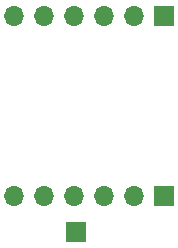
<source format=gbr>
%TF.GenerationSoftware,KiCad,Pcbnew,8.0.6-8.0.6-0~ubuntu24.04.1*%
%TF.CreationDate,2025-04-08T22:12:19-04:00*%
%TF.ProjectId,super-mini-mesh-kicad,73757065-722d-46d6-996e-692d6d657368,rev?*%
%TF.SameCoordinates,Original*%
%TF.FileFunction,Soldermask,Bot*%
%TF.FilePolarity,Negative*%
%FSLAX46Y46*%
G04 Gerber Fmt 4.6, Leading zero omitted, Abs format (unit mm)*
G04 Created by KiCad (PCBNEW 8.0.6-8.0.6-0~ubuntu24.04.1) date 2025-04-08 22:12:19*
%MOMM*%
%LPD*%
G01*
G04 APERTURE LIST*
%ADD10R,1.700000X1.700000*%
%ADD11O,1.700000X1.700000*%
G04 APERTURE END LIST*
D10*
%TO.C,J3*%
X122000000Y-34800000D03*
%TD*%
%TO.C,J2*%
X129500000Y-31740000D03*
D11*
X126960000Y-31740000D03*
X124420000Y-31740000D03*
X121880000Y-31740000D03*
X119340000Y-31740000D03*
X116800000Y-31740000D03*
%TD*%
D10*
%TO.C,J1*%
X129500000Y-16500000D03*
D11*
X126960000Y-16500000D03*
X124420000Y-16500000D03*
X121880000Y-16500000D03*
X119340000Y-16500000D03*
X116800000Y-16500000D03*
%TD*%
M02*

</source>
